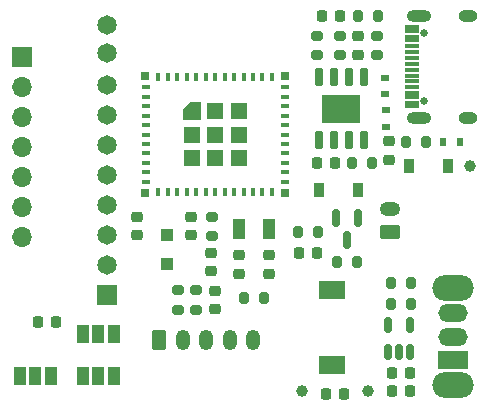
<source format=gts>
%TF.GenerationSoftware,KiCad,Pcbnew,(6.0.2)*%
%TF.CreationDate,2022-03-15T02:54:35-04:00*%
%TF.ProjectId,ferrous_slime,66657272-6f75-4735-9f73-6c696d652e6b,v0.0.1*%
%TF.SameCoordinates,Original*%
%TF.FileFunction,Soldermask,Top*%
%TF.FilePolarity,Negative*%
%FSLAX46Y46*%
G04 Gerber Fmt 4.6, Leading zero omitted, Abs format (unit mm)*
G04 Created by KiCad (PCBNEW (6.0.2)) date 2022-03-15 02:54:35*
%MOMM*%
%LPD*%
G01*
G04 APERTURE LIST*
G04 Aperture macros list*
%AMRoundRect*
0 Rectangle with rounded corners*
0 $1 Rounding radius*
0 $2 $3 $4 $5 $6 $7 $8 $9 X,Y pos of 4 corners*
0 Add a 4 corners polygon primitive as box body*
4,1,4,$2,$3,$4,$5,$6,$7,$8,$9,$2,$3,0*
0 Add four circle primitives for the rounded corners*
1,1,$1+$1,$2,$3*
1,1,$1+$1,$4,$5*
1,1,$1+$1,$6,$7*
1,1,$1+$1,$8,$9*
0 Add four rect primitives between the rounded corners*
20,1,$1+$1,$2,$3,$4,$5,0*
20,1,$1+$1,$4,$5,$6,$7,0*
20,1,$1+$1,$6,$7,$8,$9,0*
20,1,$1+$1,$8,$9,$2,$3,0*%
%AMFreePoly0*
4,1,6,0.725000,-0.725000,-0.725000,-0.725000,-0.725000,0.125000,-0.125000,0.725000,0.725000,0.725000,0.725000,-0.725000,0.725000,-0.725000,$1*%
G04 Aperture macros list end*
%ADD10RoundRect,0.250000X-0.350000X-0.625000X0.350000X-0.625000X0.350000X0.625000X-0.350000X0.625000X0*%
%ADD11O,1.200000X1.750000*%
%ADD12RoundRect,0.200000X-0.200000X-0.275000X0.200000X-0.275000X0.200000X0.275000X-0.200000X0.275000X0*%
%ADD13RoundRect,0.225000X0.225000X0.250000X-0.225000X0.250000X-0.225000X-0.250000X0.225000X-0.250000X0*%
%ADD14RoundRect,0.200000X-0.275000X0.200000X-0.275000X-0.200000X0.275000X-0.200000X0.275000X0.200000X0*%
%ADD15RoundRect,0.225000X-0.250000X0.225000X-0.250000X-0.225000X0.250000X-0.225000X0.250000X0.225000X0*%
%ADD16C,1.000000*%
%ADD17RoundRect,0.200000X0.275000X-0.200000X0.275000X0.200000X-0.275000X0.200000X-0.275000X-0.200000X0*%
%ADD18RoundRect,0.218750X-0.218750X-0.256250X0.218750X-0.256250X0.218750X0.256250X-0.218750X0.256250X0*%
%ADD19RoundRect,0.150000X-0.150000X0.587500X-0.150000X-0.587500X0.150000X-0.587500X0.150000X0.587500X0*%
%ADD20R,0.900000X1.200000*%
%ADD21RoundRect,0.200000X0.200000X0.275000X-0.200000X0.275000X-0.200000X-0.275000X0.200000X-0.275000X0*%
%ADD22RoundRect,0.225000X-0.225000X-0.250000X0.225000X-0.250000X0.225000X0.250000X-0.225000X0.250000X0*%
%ADD23R,1.000000X1.800000*%
%ADD24RoundRect,0.150000X0.150000X-0.512500X0.150000X0.512500X-0.150000X0.512500X-0.150000X-0.512500X0*%
%ADD25RoundRect,0.250000X0.625000X-0.350000X0.625000X0.350000X-0.625000X0.350000X-0.625000X-0.350000X0*%
%ADD26O,1.750000X1.200000*%
%ADD27RoundRect,0.225000X0.250000X-0.225000X0.250000X0.225000X-0.250000X0.225000X-0.250000X-0.225000X0*%
%ADD28RoundRect,0.218750X-0.256250X0.218750X-0.256250X-0.218750X0.256250X-0.218750X0.256250X0.218750X0*%
%ADD29R,0.700000X0.600000*%
%ADD30O,3.500000X2.200000*%
%ADD31R,2.500000X1.500000*%
%ADD32O,2.500000X1.500000*%
%ADD33R,0.800000X0.400000*%
%ADD34R,0.400000X0.800000*%
%ADD35R,0.700000X0.700000*%
%ADD36R,1.450000X1.450000*%
%ADD37FreePoly0,0.000000*%
%ADD38R,1.000000X1.500000*%
%ADD39C,0.650000*%
%ADD40R,1.150000X0.300000*%
%ADD41O,2.100000X1.000000*%
%ADD42O,1.600000X1.000000*%
%ADD43C,1.651000*%
%ADD44R,1.651000X1.651000*%
%ADD45R,0.600000X0.700000*%
%ADD46RoundRect,0.150000X0.150000X-0.650000X0.150000X0.650000X-0.150000X0.650000X-0.150000X-0.650000X0*%
%ADD47R,3.200000X2.400000*%
%ADD48R,2.200000X1.500000*%
%ADD49R,1.700000X1.700000*%
%ADD50O,1.700000X1.700000*%
%ADD51R,1.000000X1.000000*%
G04 APERTURE END LIST*
D10*
X69406008Y-58367000D03*
D11*
X71406008Y-58367000D03*
X73406008Y-58367000D03*
X75406008Y-58367000D03*
X77406008Y-58367000D03*
D12*
X89091000Y-53541000D03*
X90741000Y-53541000D03*
D13*
X85103000Y-62939000D03*
X83553000Y-62939000D03*
D14*
X70993000Y-54166000D03*
X70993000Y-55816000D03*
D12*
X76645000Y-54811000D03*
X78295000Y-54811000D03*
D15*
X73787000Y-51041000D03*
X73787000Y-52591000D03*
D16*
X87122000Y-62685000D03*
D17*
X72517000Y-55816000D03*
X72517000Y-54166000D03*
X82804000Y-34300000D03*
X82804000Y-32650000D03*
D18*
X82778500Y-43381000D03*
X84353500Y-43381000D03*
D16*
X81534000Y-62738000D03*
D18*
X83193500Y-30935000D03*
X84768500Y-30935000D03*
D12*
X81217000Y-49276000D03*
X82867000Y-49276000D03*
D19*
X86294000Y-48031500D03*
X84394000Y-48031500D03*
X85344000Y-49906500D03*
D20*
X82932000Y-45667000D03*
X86232000Y-45667000D03*
D21*
X86169000Y-51763000D03*
X84519000Y-51763000D03*
D13*
X82817000Y-51001000D03*
X81267000Y-51001000D03*
D22*
X59182000Y-56896000D03*
X60732000Y-56896000D03*
D23*
X76220000Y-48968990D03*
X78720000Y-48968990D03*
D24*
X88796622Y-59402865D03*
X89746622Y-59402865D03*
X90696622Y-59402865D03*
X90696622Y-57127865D03*
X88796622Y-57127865D03*
D25*
X88950800Y-49276000D03*
D26*
X88950800Y-47276000D03*
D12*
X89091000Y-55319000D03*
X90741000Y-55319000D03*
D27*
X74168000Y-55766000D03*
X74168000Y-54216000D03*
D17*
X87884000Y-34290008D03*
X87884000Y-32640008D03*
D28*
X86267000Y-32662000D03*
X86267000Y-34237000D03*
D29*
X88552173Y-37611489D03*
X88552173Y-36211489D03*
X88646000Y-38924000D03*
X88646000Y-40324000D03*
D20*
X90552000Y-43635000D03*
X93852000Y-43635000D03*
D30*
X94266004Y-62212986D03*
X94266004Y-54012986D03*
D31*
X94266004Y-60112986D03*
D32*
X94266004Y-58112986D03*
X94266004Y-56112986D03*
D33*
X68268000Y-37004007D03*
X68268000Y-37804007D03*
X68268000Y-38604007D03*
X68268000Y-39404007D03*
X68268000Y-40204007D03*
X68268000Y-41004007D03*
X68268000Y-41804007D03*
X68268000Y-42604007D03*
X68268000Y-43404007D03*
X68268000Y-44204007D03*
X68268000Y-45004007D03*
D34*
X69368000Y-45904007D03*
X70168000Y-45904007D03*
X70968000Y-45904007D03*
X71768000Y-45904007D03*
X72568000Y-45904007D03*
X73368000Y-45904007D03*
X74168000Y-45904007D03*
X74968000Y-45904007D03*
X75768000Y-45904007D03*
X76568000Y-45904007D03*
X77368000Y-45904007D03*
X78168000Y-45904007D03*
X78968000Y-45904007D03*
D33*
X80068000Y-45004007D03*
X80068000Y-44204007D03*
X80068000Y-43404007D03*
X80068000Y-42604007D03*
X80068000Y-41804007D03*
X80068000Y-41004007D03*
X80068000Y-40204007D03*
X80068000Y-39404007D03*
X80068000Y-38604007D03*
X80068000Y-37804007D03*
X80068000Y-37004007D03*
D34*
X74968000Y-36104007D03*
X73368000Y-36104007D03*
D35*
X68218000Y-45954007D03*
D36*
X76143000Y-42979007D03*
X74168000Y-41004007D03*
D34*
X74168000Y-36104007D03*
X70968000Y-36104007D03*
D36*
X74168000Y-42979007D03*
X76143000Y-39029007D03*
D35*
X80118000Y-36054007D03*
D37*
X72193000Y-39029007D03*
D35*
X80118000Y-45954007D03*
D34*
X76568000Y-36104007D03*
D35*
X68218000Y-36054007D03*
D36*
X72193000Y-42979007D03*
X76143000Y-41004007D03*
X72193000Y-41054007D03*
X74168000Y-39029007D03*
D34*
X78968000Y-36104007D03*
X70168000Y-36104007D03*
X69368000Y-36104007D03*
X78168000Y-36104007D03*
X75768000Y-36104007D03*
X71768000Y-36104007D03*
X72568000Y-36104007D03*
X77368000Y-36104007D03*
D38*
X57628000Y-61415000D03*
X58928000Y-61415000D03*
X60228000Y-61415000D03*
D39*
X91883000Y-32362990D03*
X91883000Y-38142990D03*
D40*
X90818000Y-38602990D03*
X90818000Y-37802990D03*
X90818000Y-36502990D03*
X90818000Y-35502990D03*
X90818000Y-35002990D03*
X90818000Y-34002990D03*
X90818000Y-32702990D03*
X90818000Y-31902990D03*
X90818000Y-32202990D03*
X90818000Y-33002990D03*
X90818000Y-33502990D03*
X90818000Y-34502990D03*
X90818000Y-36002990D03*
X90818000Y-37002990D03*
X90818000Y-37502990D03*
X90818000Y-38302990D03*
D41*
X91383000Y-39572990D03*
X91383000Y-30932990D03*
D42*
X95563000Y-30932990D03*
X95563000Y-39572990D03*
D43*
X65038460Y-31707462D03*
X65038460Y-34120462D03*
D44*
X65038460Y-54567462D03*
D43*
X65038460Y-52027462D03*
X65038460Y-49487462D03*
X65038460Y-46947462D03*
X65038460Y-44407462D03*
X65038460Y-41867462D03*
X65038460Y-39327462D03*
X65038460Y-36787462D03*
D16*
X95758000Y-43635000D03*
D22*
X89128000Y-62685000D03*
X90678000Y-62685000D03*
D45*
X93471999Y-41603000D03*
X94871999Y-41603000D03*
D17*
X73914000Y-49593000D03*
X73914000Y-47943000D03*
D46*
X82931000Y-41458990D03*
X84201000Y-41458990D03*
X85471000Y-41458990D03*
X86741000Y-41458990D03*
X86741000Y-36158990D03*
X85471000Y-36158990D03*
X84201000Y-36158990D03*
X82931000Y-36158990D03*
D47*
X84836000Y-38808990D03*
D21*
X87947000Y-30935000D03*
X86297000Y-30935000D03*
D38*
X62962000Y-57859000D03*
X64262000Y-57859000D03*
X65562000Y-57859000D03*
D17*
X84743000Y-34300000D03*
X84743000Y-32650000D03*
D22*
X89128000Y-61161000D03*
X90678000Y-61161000D03*
D38*
X62962000Y-61415000D03*
X64262000Y-61415000D03*
X65562000Y-61415000D03*
D15*
X67513200Y-47942200D03*
X67513200Y-49492200D03*
D27*
X76200000Y-52792000D03*
X76200000Y-51242000D03*
D15*
X72136000Y-47993000D03*
X72136000Y-49543000D03*
D21*
X87439000Y-43381000D03*
X85789000Y-43381000D03*
D48*
X84074000Y-60550990D03*
X84074000Y-54150990D03*
D49*
X57785000Y-34417000D03*
D50*
X57785000Y-36957000D03*
X57785000Y-39497000D03*
X57785000Y-42037000D03*
X57785000Y-44577000D03*
X57785000Y-47117000D03*
X57785000Y-49657000D03*
D27*
X78740000Y-52792000D03*
X78740000Y-51242000D03*
D12*
X90361000Y-41603000D03*
X92011000Y-41603000D03*
D15*
X88900000Y-41590000D03*
X88900000Y-43140000D03*
D51*
X70104000Y-51997000D03*
X70104000Y-49497000D03*
M02*

</source>
